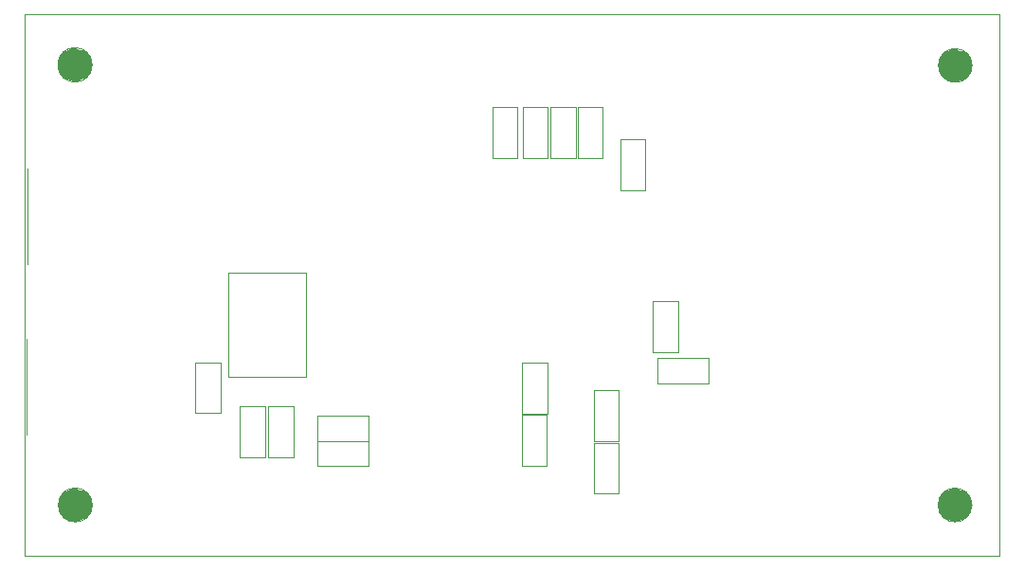
<source format=gbr>
%TF.GenerationSoftware,KiCad,Pcbnew,7.0.6*%
%TF.CreationDate,2023-09-03T13:44:34+00:00*%
%TF.ProjectId,SI4735,53493437-3335-42e6-9b69-6361645f7063,rev?*%
%TF.SameCoordinates,Original*%
%TF.FileFunction,Other,User*%
%FSLAX45Y45*%
G04 Gerber Fmt 4.5, Leading zero omitted, Abs format (unit mm)*
G04 Created by KiCad (PCBNEW 7.0.6) date 2023-09-03 13:44:34*
%MOMM*%
%LPD*%
G01*
G04 APERTURE LIST*
%ADD10C,0.050000*%
%TA.AperFunction,Profile*%
%ADD11C,0.050000*%
%TD*%
%TA.AperFunction,Profile*%
%ADD12C,1.535132*%
%TD*%
%TA.AperFunction,Profile*%
%ADD13C,1.516643*%
%TD*%
%TA.AperFunction,Profile*%
%ADD14C,0.100000*%
%TD*%
G04 APERTURE END LIST*
D10*
%TO.C,C23*%
X14900000Y-11002500D02*
X14670000Y-11002500D01*
X14670000Y-11002500D02*
X14670000Y-11462500D01*
X14900000Y-11462500D02*
X14900000Y-11002500D01*
X14670000Y-11462500D02*
X14900000Y-11462500D01*
%TO.C,C24*%
X14646000Y-11002500D02*
X14416000Y-11002500D01*
X14416000Y-11002500D02*
X14416000Y-11462500D01*
X14646000Y-11462500D02*
X14646000Y-11002500D01*
X14416000Y-11462500D02*
X14646000Y-11462500D01*
%TO.C,R19*%
X15565750Y-11316500D02*
X15565750Y-11092500D01*
X15565750Y-11092500D02*
X15109750Y-11092500D01*
X15109750Y-11316500D02*
X15565750Y-11316500D01*
X15109750Y-11092500D02*
X15109750Y-11316500D01*
%TO.C,R21*%
X15565750Y-11541500D02*
X15565750Y-11317500D01*
X15565750Y-11317500D02*
X15109750Y-11317500D01*
X15109750Y-11541500D02*
X15565750Y-11541500D01*
X15109750Y-11317500D02*
X15109750Y-11541500D01*
%TO.C,U6*%
X14319000Y-9809000D02*
X15009000Y-9809000D01*
X14319000Y-10739000D02*
X14319000Y-9809000D01*
X14319000Y-10739000D02*
X15009000Y-10739000D01*
X15009000Y-10739000D02*
X15009000Y-9809000D01*
%TO.C,R10*%
X17197000Y-8787000D02*
X17421000Y-8787000D01*
X17421000Y-8787000D02*
X17421000Y-8331000D01*
X17197000Y-8331000D02*
X17197000Y-8787000D01*
X17421000Y-8331000D02*
X17197000Y-8331000D01*
%TO.C,R17*%
X14246000Y-10612750D02*
X14022000Y-10612750D01*
X14022000Y-10612750D02*
X14022000Y-11068750D01*
X14246000Y-11068750D02*
X14246000Y-10612750D01*
X14022000Y-11068750D02*
X14246000Y-11068750D01*
%TO.C,R15*%
X18151500Y-10576750D02*
X18151500Y-10800750D01*
X18151500Y-10800750D02*
X18607500Y-10800750D01*
X18607500Y-10576750D02*
X18151500Y-10576750D01*
X18607500Y-10800750D02*
X18607500Y-10576750D01*
%TO.C,R22*%
X17583000Y-11787750D02*
X17807000Y-11787750D01*
X17807000Y-11787750D02*
X17807000Y-11331750D01*
X17583000Y-11331750D02*
X17583000Y-11787750D01*
X17807000Y-11331750D02*
X17583000Y-11331750D01*
%TO.C,R13*%
X18045000Y-8615250D02*
X17821000Y-8615250D01*
X17821000Y-8615250D02*
X17821000Y-9071250D01*
X18045000Y-9071250D02*
X18045000Y-8615250D01*
X17821000Y-9071250D02*
X18045000Y-9071250D01*
%TO.C,R18*%
X17805000Y-10861000D02*
X17581000Y-10861000D01*
X17581000Y-10861000D02*
X17581000Y-11317000D01*
X17805000Y-11317000D02*
X17805000Y-10861000D01*
X17581000Y-11317000D02*
X17805000Y-11317000D01*
%TO.C,R12*%
X16677000Y-8787000D02*
X16901000Y-8787000D01*
X16901000Y-8787000D02*
X16901000Y-8331000D01*
X16677000Y-8331000D02*
X16677000Y-8787000D01*
X16901000Y-8331000D02*
X16677000Y-8331000D01*
%TO.C,R20*%
X17165000Y-11082500D02*
X16941000Y-11082500D01*
X16941000Y-11082500D02*
X16941000Y-11538500D01*
X17165000Y-11538500D02*
X17165000Y-11082500D01*
X16941000Y-11538500D02*
X17165000Y-11538500D01*
%TO.C,R11*%
X16947000Y-8785750D02*
X17171000Y-8785750D01*
X17171000Y-8785750D02*
X17171000Y-8329750D01*
X16947000Y-8329750D02*
X16947000Y-8785750D01*
X17171000Y-8329750D02*
X16947000Y-8329750D01*
%TO.C,R14*%
X18336000Y-10065000D02*
X18112000Y-10065000D01*
X18112000Y-10065000D02*
X18112000Y-10521000D01*
X18336000Y-10521000D02*
X18336000Y-10065000D01*
X18112000Y-10521000D02*
X18336000Y-10521000D01*
%TO.C,R9*%
X17439500Y-8788250D02*
X17663500Y-8788250D01*
X17663500Y-8788250D02*
X17663500Y-8332250D01*
X17439500Y-8332250D02*
X17439500Y-8788250D01*
X17663500Y-8332250D02*
X17439500Y-8332250D01*
%TO.C,R16*%
X16942000Y-11074500D02*
X17166000Y-11074500D01*
X17166000Y-11074500D02*
X17166000Y-10618500D01*
X16942000Y-10618500D02*
X16942000Y-11074500D01*
X17166000Y-10618500D02*
X16942000Y-10618500D01*
%TD*%
D11*
X13100268Y-7953000D02*
G75*
G03*
X13100268Y-7953000I-153912J0D01*
G01*
D12*
X13023113Y-7953000D02*
G75*
G03*
X13023113Y-7953000I-76757J0D01*
G01*
D11*
X20965013Y-7959000D02*
G75*
G03*
X20965013Y-7959000I-151013J0D01*
G01*
D13*
X20889832Y-7959000D02*
G75*
G03*
X20889832Y-7959000I-75832J0D01*
G01*
D12*
X13025757Y-11889000D02*
G75*
G03*
X13025757Y-11889000I-76757J0D01*
G01*
D11*
X20962513Y-11889000D02*
G75*
G03*
X20962513Y-11889000I-151013J0D01*
G01*
X13101069Y-11889000D02*
G75*
G03*
X13101069Y-11889000I-152069J0D01*
G01*
D12*
X20891757Y-11887000D02*
G75*
G03*
X20891757Y-11887000I-76757J0D01*
G01*
D11*
X12496500Y-7499000D02*
X21209000Y-7499000D01*
X21209000Y-12346500D01*
X12496500Y-12346500D01*
X12496500Y-7499000D01*
D14*
%TO.C,J3*%
X12517998Y-8878002D02*
X12517998Y-9738002D01*
%TO.C,J5*%
X12515500Y-10400500D02*
X12515500Y-11260500D01*
%TD*%
M02*

</source>
